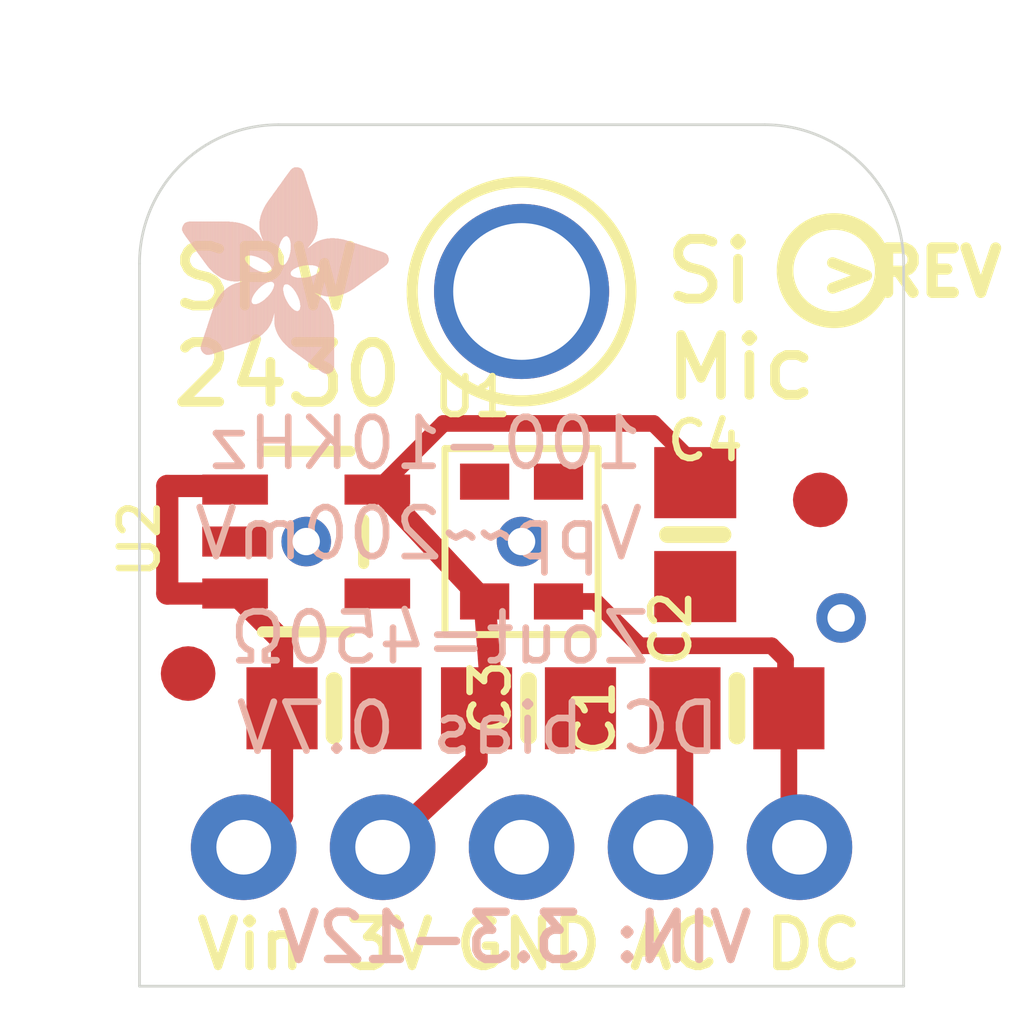
<source format=kicad_pcb>
(kicad_pcb (version 20211014) (generator pcbnew)
  (layers (0 "F.Cu" signal) (31 "B.Cu" signal) (34 "B.Paste" user) (35 "F.Paste" user) (36 "B.SilkS" user "B.Silkscreen") (37 "F.SilkS" user "F.Silkscreen") (38 "B.Mask" user) (39 "F.Mask" user) (44 "Edge.Cuts" user))
  (net 0 "")
  (net 1 "N$1")
  (net 2 "GND")
  (net 3 "VDD")
  (net 4 "N$2")
  (net 5 "VIN")
  (footprint "boardEagle:0805-NO" (layer "F.Cu") (at 145.0721 107.7976)
    (fp_text reference "C3" (at 2.8575 0.5715 90) (layer "F.SilkS") (effects (font (size 0.692831 0.692831) (thickness 0.119969)) (justify left)))
    (fp_text value "10uF")
    (pad "1" smd rect (at -0.95 0) (size 1.3 1.5) (layers "F.Cu" "F.Paste" "F.Mask") (net 5 "VIN"))
    (pad "2" smd rect (at 0.95 0) (size 1.3 1.5) (layers "F.Cu" "F.Paste" "F.Mask") (net 2 "GND"))
  )
  (footprint "boardEagle:FIDUCIAL_1MM" (layer "F.Cu") (at 142.4051 107.1626)
    (fp_text reference "FID1" hide)
    (fp_text value "FIDUCIAL\"\"" hide)
    (pad "1" smd roundrect (at 0 0) (size 1 1) (layers "F.Cu" "F.Mask") (roundrect_rratio 0.5))
  )
  (footprint "boardEagle:MOUNTINGHOLE_2.5_PLATED" (layer "F.Cu") (at 148.5011 100.1776)
    (fp_text reference "U$12" hide)
    (fp_text value "MOUNTINGHOLE2.5" hide)
    (pad "P$1" thru_hole circle (at 0 0) (size 3.2 3.2) (drill 2.5) (layers *.Cu *.Mask))
  )
  (footprint "boardEagle:0805-NO" (layer "F.Cu") (at 152.4381 107.7976)
    (fp_text reference "C1" (at -2.6035 -0.5715 90) (layer "F.SilkS") (effects (font (size 0.692831 0.692831) (thickness 0.119969)) (justify right)))
    (fp_text value "10uF")
    (pad "1" smd rect (at -0.95 0) (size 1.3 1.5) (layers "F.Cu" "F.Paste" "F.Mask") (net 4 "N$2"))
    (pad "2" smd rect (at 0.95 0) (size 1.3 1.5) (layers "F.Cu" "F.Paste" "F.Mask") (net 1 "N$1"))
  )
  (footprint "boardEagle:0805-NO" (layer "F.Cu") (at 148.6281 107.7976)
    (fp_text reference "C2" (at 2.6035 -0.6985 90) (layer "F.SilkS") (effects (font (size 0.692831 0.692831) (thickness 0.119969)) (justify left)))
    (fp_text value "0.1uF")
    (pad "1" smd rect (at -0.95 0) (size 1.3 1.5) (layers "F.Cu" "F.Paste" "F.Mask") (net 3 "VDD"))
    (pad "2" smd rect (at 0.95 0) (size 1.3 1.5) (layers "F.Cu" "F.Paste" "F.Mask") (net 2 "GND"))
  )
  (footprint "boardEagle:1X05_ROUND_76" (layer "F.Cu") (at 148.5011 110.3376)
    (fp_text reference "JP1" hide)
    (fp_text value "")
    (pad "1" thru_hole circle (at -5.08 0 90) (size 1.9304 1.9304) (drill 1) (layers *.Cu *.Mask) (net 5 "VIN"))
    (pad "2" thru_hole circle (at -2.54 0 90) (size 1.9304 1.9304) (drill 1) (layers *.Cu *.Mask) (net 3 "VDD"))
    (pad "3" thru_hole circle (at 0 0 90) (size 1.9304 1.9304) (drill 1) (layers *.Cu *.Mask) (net 2 "GND"))
    (pad "4" thru_hole circle (at 2.54 0 90) (size 1.9304 1.9304) (drill 1) (layers *.Cu *.Mask) (net 4 "N$2"))
    (pad "5" thru_hole circle (at 5.08 0 90) (size 1.9304 1.9304) (drill 1) (layers *.Cu *.Mask) (net 1 "N$1"))
  )
  (footprint "boardEagle:SPW2430HR5H-B" (layer "F.Cu") (at 148.5011 104.7496 180)
    (fp_text reference "U1" (at 0.124 2.646) (layer "F.SilkS") (effects (font (size 0.692831 0.692831) (thickness 0.119969)) (justify right)))
    (fp_text value "SPW2430HR5H-B")
    (pad "1" smd rect (at -0.675 -1.095 180) (size 0.9 0.66) (layers "F.Cu" "F.Paste" "F.Mask") (net 1 "N$1"))
    (pad "2" smd rect (at -0.675 1.095 180) (size 0.9 0.66) (layers "F.Cu" "F.Paste" "F.Mask") (net 2 "GND"))
    (pad "3" smd rect (at 0.675 1.095 180) (size 0.9 0.66) (layers "F.Cu" "F.Paste" "F.Mask") (net 2 "GND"))
    (pad "4" smd rect (at 0.675 -1.095 180) (size 0.9 0.66) (layers "F.Cu" "F.Paste" "F.Mask") (net 3 "VDD"))
  )
  (footprint "boardEagle:FIDUCIAL_1MM" (layer "F.Cu") (at 153.9621 103.9876)
    (fp_text reference "FID2" hide)
    (fp_text value "FIDUCIAL\"\"" hide)
    (pad "1" smd roundrect (at 0 0) (size 1 1) (layers "F.Cu" "F.Mask") (roundrect_rratio 0.5))
  )
  (footprint "boardEagle:SOT23-5" (layer "F.Cu") (at 144.5641 104.7496 -90)
    (fp_text reference "U2" (at -0.816 3.048 90) (layer "F.SilkS") (effects (font (size 0.692831 0.692831) (thickness 0.119969)) (justify right)))
    (fp_text value "MIC5225-3.3")
    (pad "1" smd rect (at -0.95 1.3001 270) (size 0.55 1.2) (layers "F.Cu" "F.Paste" "F.Mask") (net 5 "VIN"))
    (pad "2" smd rect (at 0 1.3001 270) (size 0.55 1.2) (layers "F.Cu" "F.Paste" "F.Mask") (net 2 "GND"))
    (pad "3" smd rect (at 0.95 1.3001 270) (size 0.55 1.2) (layers "F.Cu" "F.Paste" "F.Mask") (net 5 "VIN"))
    (pad "4" smd rect (at 0.95 -1.3001 270) (size 0.55 1.2) (layers "F.Cu" "F.Paste" "F.Mask"))
    (pad "5" smd rect (at -0.95 -1.3001 270) (size 0.55 1.2) (layers "F.Cu" "F.Paste" "F.Mask") (net 3 "VDD"))
  )
  (footprint "boardEagle:PCBFEAT-REV-040" (layer "F.Cu") (at 154.2161 99.7966)
    (fp_text reference "U$13" hide)
    (fp_text value "" hide)
    (fp_text user ">REV" (at -0.3556 0.508) (layer "F.SilkS") (effects (font (size 0.8128 0.8128) (thickness 0.2032)) (justify left bottom)))
  )
  (footprint "boardEagle:0805-NO" (layer "F.Cu") (at 151.6761 104.6226 -90)
    (fp_text reference "C4" (at -1.7145 0.5715) (layer "F.SilkS") (effects (font (size 0.692831 0.692831) (thickness 0.119969)) (justify left)))
    (fp_text value "10uF")
    (pad "1" smd rect (at -0.95 0 270) (size 1.3 1.5) (layers "F.Cu" "F.Paste" "F.Mask") (net 3 "VDD"))
    (pad "2" smd rect (at 0.95 0 270) (size 1.3 1.5) (layers "F.Cu" "F.Paste" "F.Mask") (net 2 "GND"))
  )
  (footprint "boardEagle:ADAFRUIT_3.5MM" (layer "B.Cu") (at 142.2781 101.7016 90)
    (fp_text reference "U$5" hide)
    (fp_text value "" hide)
  )
  (gr_line (start 155.4861 99.6696) (end 155.4861 112.8776) (layer "Edge.Cuts") (width 0.05))
  (gr_arc (start 141.5161 99.6696) (mid 142.260049 97.873549) (end 144.0561 97.1296) (layer "Edge.Cuts") (width 0.05))
  (gr_line (start 155.4861 112.8776) (end 141.5161 112.8776) (layer "Edge.Cuts") (width 0.05))
  (gr_line (start 141.5161 112.8776) (end 141.5161 99.6696) (layer "Edge.Cuts") (width 0.05))
  (gr_line (start 144.0561 97.1296) (end 152.9461 97.1296) (layer "Edge.Cuts") (width 0.05))
  (gr_arc (start 152.9461 97.1296) (mid 154.742151 97.873549) (end 155.4861 99.6696) (layer "Edge.Cuts") (width 0.05))
  (gr_text "100-10KHz" (at 150.7871 103.4796) (layer "B.SilkS") (effects (font (size 0.89408 0.89408) (thickness 0.12192)) (justify left bottom mirror)))
  (gr_text "Vpp~~200mV " (at 150.7871 105.1306) (layer "B.SilkS") (effects (font (size 0.89408 0.89408) (thickness 0.12192)) (justify left bottom mirror)))
  (gr_text "Zout=450Ω" (at 150.9141 107.0356) (layer "B.SilkS") (effects (font (size 0.89408 0.89408) (thickness 0.12192)) (justify left bottom mirror)))
  (gr_text "DC bias 0.7V" (at 152.1841 108.6866) (layer "B.SilkS") (effects (font (size 0.89408 0.89408) (thickness 0.12192)) (justify left bottom mirror)))
  (gr_text "VIN: 3.3-12V" (at 148.3741 111.9886) (layer "B.SilkS") (effects (font (size 0.8636 0.8636) (thickness 0.1524)) (justify mirror)))
  (gr_text "AC" (at 151.2951 112.1156) (layer "F.SilkS") (effects (font (size 0.8636 0.8636) (thickness 0.1524))))
  (gr_text "GND" (at 148.6281 112.1156) (layer "F.SilkS") (effects (font (size 0.8636 0.8636) (thickness 0.1524))))
  (gr_text "3V" (at 146.0881 112.1156) (layer "F.SilkS") (effects (font (size 0.8636 0.8636) (thickness 0.1524))))
  (gr_text "Vin" (at 143.5481 112.1156) (layer "F.SilkS") (effects (font (size 0.8636 0.8636) (thickness 0.1524))))
  (gr_text "SPW\n2430" (at 142.0241 102.3366) (layer "F.SilkS") (effects (font (size 1.0922 1.0922) (thickness 0.1778)) (justify left bottom)))
  (gr_text "DC" (at 153.8351 112.1156) (layer "F.SilkS") (effects (font (size 0.8636 0.8636) (thickness 0.1524))))
  (gr_text "Si\nMic" (at 151.0411 102.2096) (layer "F.SilkS") (effects (font (size 1.0922 1.0922) (thickness 0.1778)) (justify left bottom)))
  (segment (start 153.0731 106.6546) (end 153.3271 106.9086) (width 0.3048) (layer "F.Cu") (net 1))
  (segment (start 153.3271 107.7366) (end 153.3881 107.7976) (width 0.3048) (layer "F.Cu") (net 1))
  (segment (start 153.3881 110.0176) (end 153.5811 110.3376) (width 0.3048) (layer "F.Cu") (net 1))
  (segment (start 153.3881 107.7976) (end 153.3881 110.0176) (width 0.3048) (layer "F.Cu") (net 1))
  (segment (start 153.3271 106.9086) (end 153.3271 107.7366) (width 0.3048) (layer "F.Cu") (net 1))
  (segment (start 150.6601 106.6546) (end 153.0731 106.6546) (width 0.3048) (layer "F.Cu") (net 1))
  (segment (start 149.1761 105.8446) (end 149.8501 105.8446) (width 0.3048) (layer "F.Cu") (net 1))
  (segment (start 149.8501 105.8446) (end 150.6601 106.6546) (width 0.3048) (layer "F.Cu") (net 1))
  (via (at 154.3431 106.1466) (size 0.9064) (drill 0.5) (layers "F.Cu" "B.Cu") (net 2))
  (via (at 144.5641 104.7496) (size 0.9064) (drill 0.5) (layers "F.Cu" "B.Cu") (net 2))
  (via (at 148.5011 104.7496) (size 0.9064) (drill 0.5) (layers "F.Cu" "B.Cu") (net 2))
  (segment (start 145.9081 103.7996) (end 147.8261 105.8446) (width 0.4064) (layer "F.Cu") (net 3))
  (segment (start 147.8261 105.8446) (end 147.9531 107.5226) (width 0.4064) (layer "F.Cu") (net 3))
  (segment (start 147.9531 107.5226) (end 147.6781 107.7976) (width 0.4064) (layer "F.Cu") (net 3))
  (segment (start 147.6781 107.7976) (end 147.6781 108.7476) (width 0.4064) (layer "F.Cu") (net 3))
  (segment (start 145.8642 103.7996) (end 145.9081 103.7996) (width 0.4064) (layer "F.Cu") (net 3))
  (segment (start 147.0732 102.5906) (end 145.8642 103.7996) (width 0.3048) (layer "F.Cu") (net 3))
  (segment (start 150.9141 102.5906) (end 147.0732 102.5906) (width 0.3048) (layer "F.Cu") (net 3))
  (segment (start 151.6761 103.3526) (end 150.9141 102.5906) (width 0.3048) (layer "F.Cu") (net 3))
  (segment (start 151.6761 103.6726) (end 151.6761 103.3526) (width 0.3048) (layer "F.Cu") (net 3))
  (segment (start 147.6781 108.7476) (end 145.9611 110.3376) (width 0.4064) (layer "F.Cu") (net 3))
  (segment (start 151.4881 110.0176) (end 151.0411 110.3376) (width 0.3048) (layer "F.Cu") (net 4))
  (segment (start 151.4881 107.7976) (end 151.4881 110.0176) (width 0.3048) (layer "F.Cu") (net 4))
  (segment (start 144.1221 106.5577) (end 144.1221 107.7976) (width 0.4064) (layer "F.Cu") (net 5))
  (segment (start 144.1221 109.7636) (end 144.1221 107.7976) (width 0.4064) (layer "F.Cu") (net 5))
  (segment (start 142.0241 105.6996) (end 142.0241 103.7336) (width 0.4064) (layer "F.Cu") (net 5))
  (segment (start 142.0241 103.7336) (end 143.264 103.7336) (width 0.4064) (layer "F.Cu") (net 5))
  (segment (start 143.264 105.6996) (end 142.0241 105.6996) (width 0.4064) (layer "F.Cu") (net 5))
  (segment (start 143.4211 110.3376) (end 144.1221 109.7636) (width 0.4064) (layer "F.Cu") (net 5))
  (segment (start 143.264 105.6996) (end 144.1221 106.5577) (width 0.4064) (layer "F.Cu") (net 5))
  (segment (start 143.264 103.7336) (end 143.264 103.7996) (width 0.4064) (layer "F.Cu") (net 5))
)
</source>
